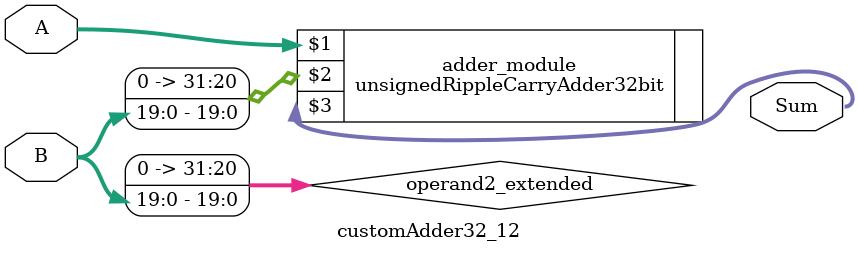
<source format=v>

module customAdder32_12(
                    input [31 : 0] A,
                    input [19 : 0] B,
                    
                    output [32 : 0] Sum
            );

    wire [31 : 0] operand2_extended;
    
    assign operand2_extended =  {12'b0, B};
    
    unsignedRippleCarryAdder32bit adder_module(
        A,
        operand2_extended,
        Sum
    );
    
endmodule
        
</source>
